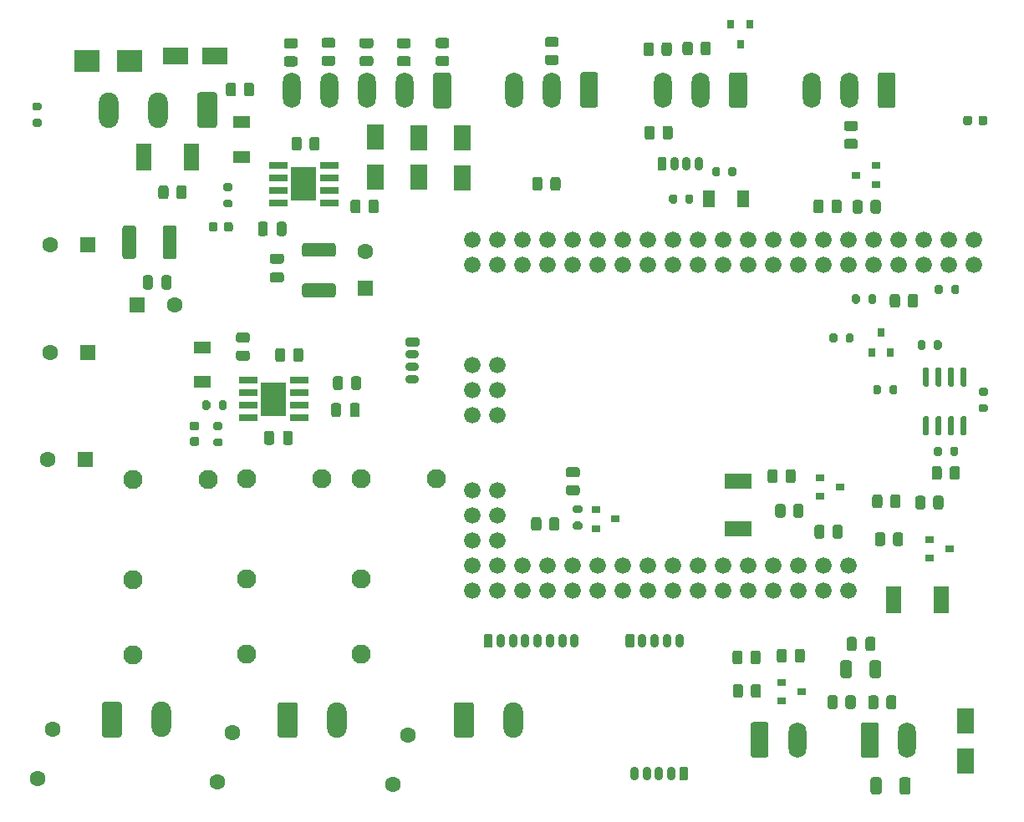
<source format=gbr>
%TF.GenerationSoftware,KiCad,Pcbnew,(5.1.9)-1*%
%TF.CreationDate,2021-01-26T21:07:48+02:00*%
%TF.ProjectId,Car_bs_controller_nex_mega,4361725f-6273-45f6-936f-6e74726f6c6c,rev?*%
%TF.SameCoordinates,Original*%
%TF.FileFunction,Soldermask,Bot*%
%TF.FilePolarity,Negative*%
%FSLAX46Y46*%
G04 Gerber Fmt 4.6, Leading zero omitted, Abs format (unit mm)*
G04 Created by KiCad (PCBNEW (5.1.9)-1) date 2021-01-26 21:07:48*
%MOMM*%
%LPD*%
G01*
G04 APERTURE LIST*
%ADD10O,0.900000X1.400000*%
%ADD11R,0.800000X0.900000*%
%ADD12C,1.676400*%
%ADD13R,2.620000X3.510000*%
%ADD14C,1.600000*%
%ADD15O,2.000000X3.600000*%
%ADD16O,1.800000X3.600000*%
%ADD17R,2.700000X1.500000*%
%ADD18R,0.900000X0.800000*%
%ADD19R,1.500000X2.700000*%
%ADD20R,1.800000X2.500000*%
%ADD21R,1.700000X1.300000*%
%ADD22R,1.300000X1.700000*%
%ADD23R,2.500000X1.800000*%
%ADD24R,2.500000X2.300000*%
%ADD25R,1.600000X1.600000*%
%ADD26O,1.400000X0.900000*%
%ADD27C,1.950000*%
G04 APERTURE END LIST*
%TO.C,R78*%
G36*
G01*
X130241860Y-61110540D02*
X130241860Y-60560540D01*
G75*
G02*
X130441860Y-60360540I200000J0D01*
G01*
X130841860Y-60360540D01*
G75*
G02*
X131041860Y-60560540I0J-200000D01*
G01*
X131041860Y-61110540D01*
G75*
G02*
X130841860Y-61310540I-200000J0D01*
G01*
X130441860Y-61310540D01*
G75*
G02*
X130241860Y-61110540I0J200000D01*
G01*
G37*
G36*
G01*
X128591860Y-61110540D02*
X128591860Y-60560540D01*
G75*
G02*
X128791860Y-60360540I200000J0D01*
G01*
X129191860Y-60360540D01*
G75*
G02*
X129391860Y-60560540I0J-200000D01*
G01*
X129391860Y-61110540D01*
G75*
G02*
X129191860Y-61310540I-200000J0D01*
G01*
X128791860Y-61310540D01*
G75*
G02*
X128591860Y-61110540I0J200000D01*
G01*
G37*
%TD*%
D10*
%TO.C,J15*%
X127249880Y-60043060D03*
X125999880Y-60043060D03*
X124749880Y-60043060D03*
G36*
G01*
X123049880Y-60518060D02*
X123049880Y-59568060D01*
G75*
G02*
X123274880Y-59343060I225000J0D01*
G01*
X123724880Y-59343060D01*
G75*
G02*
X123949880Y-59568060I0J-225000D01*
G01*
X123949880Y-60518060D01*
G75*
G02*
X123724880Y-60743060I-225000J0D01*
G01*
X123274880Y-60743060D01*
G75*
G02*
X123049880Y-60518060I0J225000D01*
G01*
G37*
%TD*%
%TO.C,J8*%
X120710000Y-121839000D03*
X121960000Y-121839000D03*
X123210000Y-121839000D03*
X124460000Y-121839000D03*
G36*
G01*
X126160000Y-121364000D02*
X126160000Y-122314000D01*
G75*
G02*
X125935000Y-122539000I-225000J0D01*
G01*
X125485000Y-122539000D01*
G75*
G02*
X125260000Y-122314000I0J225000D01*
G01*
X125260000Y-121364000D01*
G75*
G02*
X125485000Y-121139000I225000J0D01*
G01*
X125935000Y-121139000D01*
G75*
G02*
X126160000Y-121364000I0J-225000D01*
G01*
G37*
%TD*%
D11*
%TO.C,U7*%
X145699000Y-77171000D03*
X144749000Y-79171000D03*
X146649000Y-79171000D03*
%TD*%
%TO.C,U4*%
G36*
G01*
X154201000Y-82623800D02*
X153901000Y-82623800D01*
G75*
G02*
X153751000Y-82473800I0J150000D01*
G01*
X153751000Y-80823800D01*
G75*
G02*
X153901000Y-80673800I150000J0D01*
G01*
X154201000Y-80673800D01*
G75*
G02*
X154351000Y-80823800I0J-150000D01*
G01*
X154351000Y-82473800D01*
G75*
G02*
X154201000Y-82623800I-150000J0D01*
G01*
G37*
G36*
G01*
X152931000Y-82623800D02*
X152631000Y-82623800D01*
G75*
G02*
X152481000Y-82473800I0J150000D01*
G01*
X152481000Y-80823800D01*
G75*
G02*
X152631000Y-80673800I150000J0D01*
G01*
X152931000Y-80673800D01*
G75*
G02*
X153081000Y-80823800I0J-150000D01*
G01*
X153081000Y-82473800D01*
G75*
G02*
X152931000Y-82623800I-150000J0D01*
G01*
G37*
G36*
G01*
X151661000Y-82623800D02*
X151361000Y-82623800D01*
G75*
G02*
X151211000Y-82473800I0J150000D01*
G01*
X151211000Y-80823800D01*
G75*
G02*
X151361000Y-80673800I150000J0D01*
G01*
X151661000Y-80673800D01*
G75*
G02*
X151811000Y-80823800I0J-150000D01*
G01*
X151811000Y-82473800D01*
G75*
G02*
X151661000Y-82623800I-150000J0D01*
G01*
G37*
G36*
G01*
X150391000Y-82623800D02*
X150091000Y-82623800D01*
G75*
G02*
X149941000Y-82473800I0J150000D01*
G01*
X149941000Y-80823800D01*
G75*
G02*
X150091000Y-80673800I150000J0D01*
G01*
X150391000Y-80673800D01*
G75*
G02*
X150541000Y-80823800I0J-150000D01*
G01*
X150541000Y-82473800D01*
G75*
G02*
X150391000Y-82623800I-150000J0D01*
G01*
G37*
G36*
G01*
X150391000Y-87573800D02*
X150091000Y-87573800D01*
G75*
G02*
X149941000Y-87423800I0J150000D01*
G01*
X149941000Y-85773800D01*
G75*
G02*
X150091000Y-85623800I150000J0D01*
G01*
X150391000Y-85623800D01*
G75*
G02*
X150541000Y-85773800I0J-150000D01*
G01*
X150541000Y-87423800D01*
G75*
G02*
X150391000Y-87573800I-150000J0D01*
G01*
G37*
G36*
G01*
X151661000Y-87573800D02*
X151361000Y-87573800D01*
G75*
G02*
X151211000Y-87423800I0J150000D01*
G01*
X151211000Y-85773800D01*
G75*
G02*
X151361000Y-85623800I150000J0D01*
G01*
X151661000Y-85623800D01*
G75*
G02*
X151811000Y-85773800I0J-150000D01*
G01*
X151811000Y-87423800D01*
G75*
G02*
X151661000Y-87573800I-150000J0D01*
G01*
G37*
G36*
G01*
X152931000Y-87573800D02*
X152631000Y-87573800D01*
G75*
G02*
X152481000Y-87423800I0J150000D01*
G01*
X152481000Y-85773800D01*
G75*
G02*
X152631000Y-85623800I150000J0D01*
G01*
X152931000Y-85623800D01*
G75*
G02*
X153081000Y-85773800I0J-150000D01*
G01*
X153081000Y-87423800D01*
G75*
G02*
X152931000Y-87573800I-150000J0D01*
G01*
G37*
G36*
G01*
X154201000Y-87573800D02*
X153901000Y-87573800D01*
G75*
G02*
X153751000Y-87423800I0J150000D01*
G01*
X153751000Y-85773800D01*
G75*
G02*
X153901000Y-85623800I150000J0D01*
G01*
X154201000Y-85623800D01*
G75*
G02*
X154351000Y-85773800I0J-150000D01*
G01*
X154351000Y-87423800D01*
G75*
G02*
X154201000Y-87573800I-150000J0D01*
G01*
G37*
%TD*%
D12*
%TO.C,U3*%
X104326000Y-82992000D03*
X104326000Y-85532000D03*
X106866000Y-85532000D03*
X106866000Y-82992000D03*
X104326000Y-80452000D03*
X106866000Y-80452000D03*
X106866000Y-93152000D03*
X104326000Y-93152000D03*
X104326000Y-95692000D03*
X106866000Y-95692000D03*
X106866000Y-98232000D03*
X104326000Y-98232000D03*
X104326000Y-100772000D03*
X104326000Y-103312000D03*
X106866000Y-100772000D03*
X106866000Y-103312000D03*
X109406000Y-100772000D03*
X109406000Y-103312000D03*
X111946000Y-100772000D03*
X111946000Y-103312000D03*
X114486000Y-100772000D03*
X114486000Y-103312000D03*
X117026000Y-100772000D03*
X117026000Y-103312000D03*
X119566000Y-100772000D03*
X119566000Y-103312000D03*
X122106000Y-100772000D03*
X122106000Y-103312000D03*
X124646000Y-100772000D03*
X124646000Y-103312000D03*
X127186000Y-100772000D03*
X127186000Y-103312000D03*
X129726000Y-100772000D03*
X129726000Y-103312000D03*
X132266000Y-100772000D03*
X132266000Y-103312000D03*
X134806000Y-100772000D03*
X134806000Y-103312000D03*
X137346000Y-103312000D03*
X137346000Y-100772000D03*
X139886000Y-100772000D03*
X139886000Y-103312000D03*
X142426000Y-103312000D03*
X142426000Y-100772000D03*
X114486000Y-70292000D03*
X111946000Y-70292000D03*
X109406000Y-70292000D03*
X106866000Y-70292000D03*
X104326000Y-70292000D03*
X104326000Y-67752000D03*
X106866000Y-67752000D03*
X109406000Y-67752000D03*
X111946000Y-67752000D03*
X114486000Y-67752000D03*
X117026000Y-70292000D03*
X119566000Y-70292000D03*
X122106000Y-70292000D03*
X124646000Y-70292000D03*
X127186000Y-70292000D03*
X129726000Y-70292000D03*
X132266000Y-70292000D03*
X134806000Y-70292000D03*
X137346000Y-70292000D03*
X139886000Y-70292000D03*
X117026000Y-67752000D03*
X119566000Y-67752000D03*
X122106000Y-67752000D03*
X124646000Y-67752000D03*
X127186000Y-67752000D03*
X129726000Y-67752000D03*
X132266000Y-67752000D03*
X134806000Y-67752000D03*
X137346000Y-67752000D03*
X139886000Y-67752000D03*
X142426000Y-67752000D03*
X142426000Y-70292000D03*
X144966000Y-70292000D03*
X144966000Y-67752000D03*
X147506000Y-67752000D03*
X147506000Y-70292000D03*
X150046000Y-70292000D03*
X150046000Y-67752000D03*
X152586000Y-67752000D03*
X152586000Y-70292000D03*
X155126000Y-67752000D03*
X155126000Y-70292000D03*
%TD*%
D13*
%TO.C,U2*%
X87233800Y-62103000D03*
G36*
G01*
X90733800Y-64358800D02*
X88933800Y-64358800D01*
G75*
G02*
X88883000Y-64308000I0J50800D01*
G01*
X88883000Y-63708000D01*
G75*
G02*
X88933800Y-63657200I50800J0D01*
G01*
X90733800Y-63657200D01*
G75*
G02*
X90784600Y-63708000I0J-50800D01*
G01*
X90784600Y-64308000D01*
G75*
G02*
X90733800Y-64358800I-50800J0D01*
G01*
G37*
G36*
G01*
X90733800Y-63088800D02*
X88933800Y-63088800D01*
G75*
G02*
X88883000Y-63038000I0J50800D01*
G01*
X88883000Y-62438000D01*
G75*
G02*
X88933800Y-62387200I50800J0D01*
G01*
X90733800Y-62387200D01*
G75*
G02*
X90784600Y-62438000I0J-50800D01*
G01*
X90784600Y-63038000D01*
G75*
G02*
X90733800Y-63088800I-50800J0D01*
G01*
G37*
G36*
G01*
X90733800Y-61818800D02*
X88933800Y-61818800D01*
G75*
G02*
X88883000Y-61768000I0J50800D01*
G01*
X88883000Y-61168000D01*
G75*
G02*
X88933800Y-61117200I50800J0D01*
G01*
X90733800Y-61117200D01*
G75*
G02*
X90784600Y-61168000I0J-50800D01*
G01*
X90784600Y-61768000D01*
G75*
G02*
X90733800Y-61818800I-50800J0D01*
G01*
G37*
G36*
G01*
X90733800Y-60548800D02*
X88933800Y-60548800D01*
G75*
G02*
X88883000Y-60498000I0J50800D01*
G01*
X88883000Y-59898000D01*
G75*
G02*
X88933800Y-59847200I50800J0D01*
G01*
X90733800Y-59847200D01*
G75*
G02*
X90784600Y-59898000I0J-50800D01*
G01*
X90784600Y-60498000D01*
G75*
G02*
X90733800Y-60548800I-50800J0D01*
G01*
G37*
G36*
G01*
X85533800Y-60548800D02*
X83733800Y-60548800D01*
G75*
G02*
X83683000Y-60498000I0J50800D01*
G01*
X83683000Y-59898000D01*
G75*
G02*
X83733800Y-59847200I50800J0D01*
G01*
X85533800Y-59847200D01*
G75*
G02*
X85584600Y-59898000I0J-50800D01*
G01*
X85584600Y-60498000D01*
G75*
G02*
X85533800Y-60548800I-50800J0D01*
G01*
G37*
G36*
G01*
X85533800Y-61818800D02*
X83733800Y-61818800D01*
G75*
G02*
X83683000Y-61768000I0J50800D01*
G01*
X83683000Y-61168000D01*
G75*
G02*
X83733800Y-61117200I50800J0D01*
G01*
X85533800Y-61117200D01*
G75*
G02*
X85584600Y-61168000I0J-50800D01*
G01*
X85584600Y-61768000D01*
G75*
G02*
X85533800Y-61818800I-50800J0D01*
G01*
G37*
G36*
G01*
X85533800Y-63088800D02*
X83733800Y-63088800D01*
G75*
G02*
X83683000Y-63038000I0J50800D01*
G01*
X83683000Y-62438000D01*
G75*
G02*
X83733800Y-62387200I50800J0D01*
G01*
X85533800Y-62387200D01*
G75*
G02*
X85584600Y-62438000I0J-50800D01*
G01*
X85584600Y-63038000D01*
G75*
G02*
X85533800Y-63088800I-50800J0D01*
G01*
G37*
G36*
G01*
X85533800Y-64358800D02*
X83733800Y-64358800D01*
G75*
G02*
X83683000Y-64308000I0J50800D01*
G01*
X83683000Y-63708000D01*
G75*
G02*
X83733800Y-63657200I50800J0D01*
G01*
X85533800Y-63657200D01*
G75*
G02*
X85584600Y-63708000I0J-50800D01*
G01*
X85584600Y-64308000D01*
G75*
G02*
X85533800Y-64358800I-50800J0D01*
G01*
G37*
%TD*%
%TO.C,U1*%
X84185800Y-83870800D03*
G36*
G01*
X87685800Y-86126600D02*
X85885800Y-86126600D01*
G75*
G02*
X85835000Y-86075800I0J50800D01*
G01*
X85835000Y-85475800D01*
G75*
G02*
X85885800Y-85425000I50800J0D01*
G01*
X87685800Y-85425000D01*
G75*
G02*
X87736600Y-85475800I0J-50800D01*
G01*
X87736600Y-86075800D01*
G75*
G02*
X87685800Y-86126600I-50800J0D01*
G01*
G37*
G36*
G01*
X87685800Y-84856600D02*
X85885800Y-84856600D01*
G75*
G02*
X85835000Y-84805800I0J50800D01*
G01*
X85835000Y-84205800D01*
G75*
G02*
X85885800Y-84155000I50800J0D01*
G01*
X87685800Y-84155000D01*
G75*
G02*
X87736600Y-84205800I0J-50800D01*
G01*
X87736600Y-84805800D01*
G75*
G02*
X87685800Y-84856600I-50800J0D01*
G01*
G37*
G36*
G01*
X87685800Y-83586600D02*
X85885800Y-83586600D01*
G75*
G02*
X85835000Y-83535800I0J50800D01*
G01*
X85835000Y-82935800D01*
G75*
G02*
X85885800Y-82885000I50800J0D01*
G01*
X87685800Y-82885000D01*
G75*
G02*
X87736600Y-82935800I0J-50800D01*
G01*
X87736600Y-83535800D01*
G75*
G02*
X87685800Y-83586600I-50800J0D01*
G01*
G37*
G36*
G01*
X87685800Y-82316600D02*
X85885800Y-82316600D01*
G75*
G02*
X85835000Y-82265800I0J50800D01*
G01*
X85835000Y-81665800D01*
G75*
G02*
X85885800Y-81615000I50800J0D01*
G01*
X87685800Y-81615000D01*
G75*
G02*
X87736600Y-81665800I0J-50800D01*
G01*
X87736600Y-82265800D01*
G75*
G02*
X87685800Y-82316600I-50800J0D01*
G01*
G37*
G36*
G01*
X82485800Y-82316600D02*
X80685800Y-82316600D01*
G75*
G02*
X80635000Y-82265800I0J50800D01*
G01*
X80635000Y-81665800D01*
G75*
G02*
X80685800Y-81615000I50800J0D01*
G01*
X82485800Y-81615000D01*
G75*
G02*
X82536600Y-81665800I0J-50800D01*
G01*
X82536600Y-82265800D01*
G75*
G02*
X82485800Y-82316600I-50800J0D01*
G01*
G37*
G36*
G01*
X82485800Y-83586600D02*
X80685800Y-83586600D01*
G75*
G02*
X80635000Y-83535800I0J50800D01*
G01*
X80635000Y-82935800D01*
G75*
G02*
X80685800Y-82885000I50800J0D01*
G01*
X82485800Y-82885000D01*
G75*
G02*
X82536600Y-82935800I0J-50800D01*
G01*
X82536600Y-83535800D01*
G75*
G02*
X82485800Y-83586600I-50800J0D01*
G01*
G37*
G36*
G01*
X82485800Y-84856600D02*
X80685800Y-84856600D01*
G75*
G02*
X80635000Y-84805800I0J50800D01*
G01*
X80635000Y-84205800D01*
G75*
G02*
X80685800Y-84155000I50800J0D01*
G01*
X82485800Y-84155000D01*
G75*
G02*
X82536600Y-84205800I0J-50800D01*
G01*
X82536600Y-84805800D01*
G75*
G02*
X82485800Y-84856600I-50800J0D01*
G01*
G37*
G36*
G01*
X82485800Y-86126600D02*
X80685800Y-86126600D01*
G75*
G02*
X80635000Y-86075800I0J50800D01*
G01*
X80635000Y-85475800D01*
G75*
G02*
X80685800Y-85425000I50800J0D01*
G01*
X82485800Y-85425000D01*
G75*
G02*
X82536600Y-85475800I0J-50800D01*
G01*
X82536600Y-86075800D01*
G75*
G02*
X82485800Y-86126600I-50800J0D01*
G01*
G37*
%TD*%
D14*
%TO.C,RV4*%
X60262600Y-122368000D03*
X61762600Y-117368000D03*
%TD*%
%TO.C,RV3*%
X96269700Y-122937000D03*
X97769700Y-117937000D03*
%TD*%
%TO.C,RV2*%
X78494800Y-122714000D03*
X79994800Y-117714000D03*
%TD*%
%TO.C,R76*%
G36*
G01*
X136023000Y-92138901D02*
X136023000Y-91238899D01*
G75*
G02*
X136272999Y-90988900I249999J0D01*
G01*
X136798001Y-90988900D01*
G75*
G02*
X137048000Y-91238899I0J-249999D01*
G01*
X137048000Y-92138901D01*
G75*
G02*
X136798001Y-92388900I-249999J0D01*
G01*
X136272999Y-92388900D01*
G75*
G02*
X136023000Y-92138901I0J249999D01*
G01*
G37*
G36*
G01*
X134198000Y-92138901D02*
X134198000Y-91238899D01*
G75*
G02*
X134447999Y-90988900I249999J0D01*
G01*
X134973001Y-90988900D01*
G75*
G02*
X135223000Y-91238899I0J-249999D01*
G01*
X135223000Y-92138901D01*
G75*
G02*
X134973001Y-92388900I-249999J0D01*
G01*
X134447999Y-92388900D01*
G75*
G02*
X134198000Y-92138901I0J249999D01*
G01*
G37*
%TD*%
%TO.C,R75*%
G36*
G01*
X139971000Y-96877699D02*
X139971000Y-97777701D01*
G75*
G02*
X139721001Y-98027700I-249999J0D01*
G01*
X139195999Y-98027700D01*
G75*
G02*
X138946000Y-97777701I0J249999D01*
G01*
X138946000Y-96877699D01*
G75*
G02*
X139195999Y-96627700I249999J0D01*
G01*
X139721001Y-96627700D01*
G75*
G02*
X139971000Y-96877699I0J-249999D01*
G01*
G37*
G36*
G01*
X141796000Y-96877699D02*
X141796000Y-97777701D01*
G75*
G02*
X141546001Y-98027700I-249999J0D01*
G01*
X141020999Y-98027700D01*
G75*
G02*
X140771000Y-97777701I0J249999D01*
G01*
X140771000Y-96877699D01*
G75*
G02*
X141020999Y-96627700I249999J0D01*
G01*
X141546001Y-96627700D01*
G75*
G02*
X141796000Y-96877699I0J-249999D01*
G01*
G37*
%TD*%
%TO.C,R74*%
G36*
G01*
X136805000Y-95654301D02*
X136805000Y-94754299D01*
G75*
G02*
X137054999Y-94504300I249999J0D01*
G01*
X137580001Y-94504300D01*
G75*
G02*
X137830000Y-94754299I0J-249999D01*
G01*
X137830000Y-95654301D01*
G75*
G02*
X137580001Y-95904300I-249999J0D01*
G01*
X137054999Y-95904300D01*
G75*
G02*
X136805000Y-95654301I0J249999D01*
G01*
G37*
G36*
G01*
X134980000Y-95654301D02*
X134980000Y-94754299D01*
G75*
G02*
X135229999Y-94504300I249999J0D01*
G01*
X135755001Y-94504300D01*
G75*
G02*
X136005000Y-94754299I0J-249999D01*
G01*
X136005000Y-95654301D01*
G75*
G02*
X135755001Y-95904300I-249999J0D01*
G01*
X135229999Y-95904300D01*
G75*
G02*
X134980000Y-95654301I0J249999D01*
G01*
G37*
%TD*%
%TO.C,R73*%
G36*
G01*
X136942000Y-110346001D02*
X136942000Y-109445999D01*
G75*
G02*
X137191999Y-109196000I249999J0D01*
G01*
X137717001Y-109196000D01*
G75*
G02*
X137967000Y-109445999I0J-249999D01*
G01*
X137967000Y-110346001D01*
G75*
G02*
X137717001Y-110596000I-249999J0D01*
G01*
X137191999Y-110596000D01*
G75*
G02*
X136942000Y-110346001I0J249999D01*
G01*
G37*
G36*
G01*
X135117000Y-110346001D02*
X135117000Y-109445999D01*
G75*
G02*
X135366999Y-109196000I249999J0D01*
G01*
X135892001Y-109196000D01*
G75*
G02*
X136142000Y-109445999I0J-249999D01*
G01*
X136142000Y-110346001D01*
G75*
G02*
X135892001Y-110596000I-249999J0D01*
G01*
X135366999Y-110596000D01*
G75*
G02*
X135117000Y-110346001I0J249999D01*
G01*
G37*
%TD*%
%TO.C,R72*%
G36*
G01*
X132475000Y-110518001D02*
X132475000Y-109617999D01*
G75*
G02*
X132724999Y-109368000I249999J0D01*
G01*
X133250001Y-109368000D01*
G75*
G02*
X133500000Y-109617999I0J-249999D01*
G01*
X133500000Y-110518001D01*
G75*
G02*
X133250001Y-110768000I-249999J0D01*
G01*
X132724999Y-110768000D01*
G75*
G02*
X132475000Y-110518001I0J249999D01*
G01*
G37*
G36*
G01*
X130650000Y-110518001D02*
X130650000Y-109617999D01*
G75*
G02*
X130899999Y-109368000I249999J0D01*
G01*
X131425001Y-109368000D01*
G75*
G02*
X131675000Y-109617999I0J-249999D01*
G01*
X131675000Y-110518001D01*
G75*
G02*
X131425001Y-110768000I-249999J0D01*
G01*
X130899999Y-110768000D01*
G75*
G02*
X130650000Y-110518001I0J249999D01*
G01*
G37*
%TD*%
%TO.C,R71*%
G36*
G01*
X132517000Y-113917001D02*
X132517000Y-113016999D01*
G75*
G02*
X132766999Y-112767000I249999J0D01*
G01*
X133292001Y-112767000D01*
G75*
G02*
X133542000Y-113016999I0J-249999D01*
G01*
X133542000Y-113917001D01*
G75*
G02*
X133292001Y-114167000I-249999J0D01*
G01*
X132766999Y-114167000D01*
G75*
G02*
X132517000Y-113917001I0J249999D01*
G01*
G37*
G36*
G01*
X130692000Y-113917001D02*
X130692000Y-113016999D01*
G75*
G02*
X130941999Y-112767000I249999J0D01*
G01*
X131467001Y-112767000D01*
G75*
G02*
X131717000Y-113016999I0J-249999D01*
G01*
X131717000Y-113917001D01*
G75*
G02*
X131467001Y-114167000I-249999J0D01*
G01*
X130941999Y-114167000D01*
G75*
G02*
X130692000Y-113917001I0J249999D01*
G01*
G37*
%TD*%
%TO.C,R70*%
G36*
G01*
X150985000Y-94831301D02*
X150985000Y-93931299D01*
G75*
G02*
X151234999Y-93681300I249999J0D01*
G01*
X151760001Y-93681300D01*
G75*
G02*
X152010000Y-93931299I0J-249999D01*
G01*
X152010000Y-94831301D01*
G75*
G02*
X151760001Y-95081300I-249999J0D01*
G01*
X151234999Y-95081300D01*
G75*
G02*
X150985000Y-94831301I0J249999D01*
G01*
G37*
G36*
G01*
X149160000Y-94831301D02*
X149160000Y-93931299D01*
G75*
G02*
X149409999Y-93681300I249999J0D01*
G01*
X149935001Y-93681300D01*
G75*
G02*
X150185000Y-93931299I0J-249999D01*
G01*
X150185000Y-94831301D01*
G75*
G02*
X149935001Y-95081300I-249999J0D01*
G01*
X149409999Y-95081300D01*
G75*
G02*
X149160000Y-94831301I0J249999D01*
G01*
G37*
%TD*%
%TO.C,R69*%
G36*
G01*
X148408000Y-74369101D02*
X148408000Y-73469099D01*
G75*
G02*
X148657999Y-73219100I249999J0D01*
G01*
X149183001Y-73219100D01*
G75*
G02*
X149433000Y-73469099I0J-249999D01*
G01*
X149433000Y-74369101D01*
G75*
G02*
X149183001Y-74619100I-249999J0D01*
G01*
X148657999Y-74619100D01*
G75*
G02*
X148408000Y-74369101I0J249999D01*
G01*
G37*
G36*
G01*
X146583000Y-74369101D02*
X146583000Y-73469099D01*
G75*
G02*
X146832999Y-73219100I249999J0D01*
G01*
X147358001Y-73219100D01*
G75*
G02*
X147608000Y-73469099I0J-249999D01*
G01*
X147608000Y-74369101D01*
G75*
G02*
X147358001Y-74619100I-249999J0D01*
G01*
X146832999Y-74619100D01*
G75*
G02*
X146583000Y-74369101I0J249999D01*
G01*
G37*
%TD*%
%TO.C,R68*%
G36*
G01*
X146909000Y-98534601D02*
X146909000Y-97634599D01*
G75*
G02*
X147158999Y-97384600I249999J0D01*
G01*
X147684001Y-97384600D01*
G75*
G02*
X147934000Y-97634599I0J-249999D01*
G01*
X147934000Y-98534601D01*
G75*
G02*
X147684001Y-98784600I-249999J0D01*
G01*
X147158999Y-98784600D01*
G75*
G02*
X146909000Y-98534601I0J249999D01*
G01*
G37*
G36*
G01*
X145084000Y-98534601D02*
X145084000Y-97634599D01*
G75*
G02*
X145333999Y-97384600I249999J0D01*
G01*
X145859001Y-97384600D01*
G75*
G02*
X146109000Y-97634599I0J-249999D01*
G01*
X146109000Y-98534601D01*
G75*
G02*
X145859001Y-98784600I-249999J0D01*
G01*
X145333999Y-98784600D01*
G75*
G02*
X145084000Y-98534601I0J249999D01*
G01*
G37*
%TD*%
%TO.C,R67*%
G36*
G01*
X146626000Y-94694201D02*
X146626000Y-93794199D01*
G75*
G02*
X146875999Y-93544200I249999J0D01*
G01*
X147401001Y-93544200D01*
G75*
G02*
X147651000Y-93794199I0J-249999D01*
G01*
X147651000Y-94694201D01*
G75*
G02*
X147401001Y-94944200I-249999J0D01*
G01*
X146875999Y-94944200D01*
G75*
G02*
X146626000Y-94694201I0J249999D01*
G01*
G37*
G36*
G01*
X144801000Y-94694201D02*
X144801000Y-93794199D01*
G75*
G02*
X145050999Y-93544200I249999J0D01*
G01*
X145576001Y-93544200D01*
G75*
G02*
X145826000Y-93794199I0J-249999D01*
G01*
X145826000Y-94694201D01*
G75*
G02*
X145576001Y-94944200I-249999J0D01*
G01*
X145050999Y-94944200D01*
G75*
G02*
X144801000Y-94694201I0J249999D01*
G01*
G37*
%TD*%
%TO.C,R66*%
G36*
G01*
X114928001Y-91809000D02*
X114027999Y-91809000D01*
G75*
G02*
X113778000Y-91559001I0J249999D01*
G01*
X113778000Y-91033999D01*
G75*
G02*
X114027999Y-90784000I249999J0D01*
G01*
X114928001Y-90784000D01*
G75*
G02*
X115178000Y-91033999I0J-249999D01*
G01*
X115178000Y-91559001D01*
G75*
G02*
X114928001Y-91809000I-249999J0D01*
G01*
G37*
G36*
G01*
X114928001Y-93634000D02*
X114027999Y-93634000D01*
G75*
G02*
X113778000Y-93384001I0J249999D01*
G01*
X113778000Y-92858999D01*
G75*
G02*
X114027999Y-92609000I249999J0D01*
G01*
X114928001Y-92609000D01*
G75*
G02*
X115178000Y-92858999I0J-249999D01*
G01*
X115178000Y-93384001D01*
G75*
G02*
X114928001Y-93634000I-249999J0D01*
G01*
G37*
%TD*%
%TO.C,R60*%
G36*
G01*
X145760000Y-122462999D02*
X145760000Y-123713001D01*
G75*
G02*
X145510001Y-123963000I-249999J0D01*
G01*
X144884999Y-123963000D01*
G75*
G02*
X144635000Y-123713001I0J249999D01*
G01*
X144635000Y-122462999D01*
G75*
G02*
X144884999Y-122213000I249999J0D01*
G01*
X145510001Y-122213000D01*
G75*
G02*
X145760000Y-122462999I0J-249999D01*
G01*
G37*
G36*
G01*
X148685000Y-122462999D02*
X148685000Y-123713001D01*
G75*
G02*
X148435001Y-123963000I-249999J0D01*
G01*
X147809999Y-123963000D01*
G75*
G02*
X147560000Y-123713001I0J249999D01*
G01*
X147560000Y-122462999D01*
G75*
G02*
X147809999Y-122213000I249999J0D01*
G01*
X148435001Y-122213000D01*
G75*
G02*
X148685000Y-122462999I0J-249999D01*
G01*
G37*
%TD*%
%TO.C,R57*%
G36*
G01*
X145426000Y-114164999D02*
X145426000Y-115065001D01*
G75*
G02*
X145176001Y-115315000I-249999J0D01*
G01*
X144650999Y-115315000D01*
G75*
G02*
X144401000Y-115065001I0J249999D01*
G01*
X144401000Y-114164999D01*
G75*
G02*
X144650999Y-113915000I249999J0D01*
G01*
X145176001Y-113915000D01*
G75*
G02*
X145426000Y-114164999I0J-249999D01*
G01*
G37*
G36*
G01*
X147251000Y-114164999D02*
X147251000Y-115065001D01*
G75*
G02*
X147001001Y-115315000I-249999J0D01*
G01*
X146475999Y-115315000D01*
G75*
G02*
X146226000Y-115065001I0J249999D01*
G01*
X146226000Y-114164999D01*
G75*
G02*
X146475999Y-113915000I249999J0D01*
G01*
X147001001Y-113915000D01*
G75*
G02*
X147251000Y-114164999I0J-249999D01*
G01*
G37*
%TD*%
%TO.C,R54*%
G36*
G01*
X141296000Y-114149999D02*
X141296000Y-115050001D01*
G75*
G02*
X141046001Y-115300000I-249999J0D01*
G01*
X140520999Y-115300000D01*
G75*
G02*
X140271000Y-115050001I0J249999D01*
G01*
X140271000Y-114149999D01*
G75*
G02*
X140520999Y-113900000I249999J0D01*
G01*
X141046001Y-113900000D01*
G75*
G02*
X141296000Y-114149999I0J-249999D01*
G01*
G37*
G36*
G01*
X143121000Y-114149999D02*
X143121000Y-115050001D01*
G75*
G02*
X142871001Y-115300000I-249999J0D01*
G01*
X142345999Y-115300000D01*
G75*
G02*
X142096000Y-115050001I0J249999D01*
G01*
X142096000Y-114149999D01*
G75*
G02*
X142345999Y-113900000I249999J0D01*
G01*
X142871001Y-113900000D01*
G75*
G02*
X143121000Y-114149999I0J-249999D01*
G01*
G37*
%TD*%
%TO.C,R51*%
G36*
G01*
X112203000Y-62517401D02*
X112203000Y-61617399D01*
G75*
G02*
X112452999Y-61367400I249999J0D01*
G01*
X112978001Y-61367400D01*
G75*
G02*
X113228000Y-61617399I0J-249999D01*
G01*
X113228000Y-62517401D01*
G75*
G02*
X112978001Y-62767400I-249999J0D01*
G01*
X112452999Y-62767400D01*
G75*
G02*
X112203000Y-62517401I0J249999D01*
G01*
G37*
G36*
G01*
X110378000Y-62517401D02*
X110378000Y-61617399D01*
G75*
G02*
X110627999Y-61367400I249999J0D01*
G01*
X111153001Y-61367400D01*
G75*
G02*
X111403000Y-61617399I0J-249999D01*
G01*
X111403000Y-62517401D01*
G75*
G02*
X111153001Y-62767400I-249999J0D01*
G01*
X110627999Y-62767400D01*
G75*
G02*
X110378000Y-62517401I0J249999D01*
G01*
G37*
%TD*%
%TO.C,R46*%
G36*
G01*
X146544000Y-83221200D02*
X146544000Y-82671200D01*
G75*
G02*
X146744000Y-82471200I200000J0D01*
G01*
X147144000Y-82471200D01*
G75*
G02*
X147344000Y-82671200I0J-200000D01*
G01*
X147344000Y-83221200D01*
G75*
G02*
X147144000Y-83421200I-200000J0D01*
G01*
X146744000Y-83421200D01*
G75*
G02*
X146544000Y-83221200I0J200000D01*
G01*
G37*
G36*
G01*
X144894000Y-83221200D02*
X144894000Y-82671200D01*
G75*
G02*
X145094000Y-82471200I200000J0D01*
G01*
X145494000Y-82471200D01*
G75*
G02*
X145694000Y-82671200I0J-200000D01*
G01*
X145694000Y-83221200D01*
G75*
G02*
X145494000Y-83421200I-200000J0D01*
G01*
X145094000Y-83421200D01*
G75*
G02*
X144894000Y-83221200I0J200000D01*
G01*
G37*
%TD*%
%TO.C,R45*%
G36*
G01*
X151035000Y-78677200D02*
X151035000Y-78127200D01*
G75*
G02*
X151235000Y-77927200I200000J0D01*
G01*
X151635000Y-77927200D01*
G75*
G02*
X151835000Y-78127200I0J-200000D01*
G01*
X151835000Y-78677200D01*
G75*
G02*
X151635000Y-78877200I-200000J0D01*
G01*
X151235000Y-78877200D01*
G75*
G02*
X151035000Y-78677200I0J200000D01*
G01*
G37*
G36*
G01*
X149385000Y-78677200D02*
X149385000Y-78127200D01*
G75*
G02*
X149585000Y-77927200I200000J0D01*
G01*
X149985000Y-77927200D01*
G75*
G02*
X150185000Y-78127200I0J-200000D01*
G01*
X150185000Y-78677200D01*
G75*
G02*
X149985000Y-78877200I-200000J0D01*
G01*
X149585000Y-78877200D01*
G75*
G02*
X149385000Y-78677200I0J200000D01*
G01*
G37*
%TD*%
%TO.C,R44*%
G36*
G01*
X155775000Y-84382700D02*
X156325000Y-84382700D01*
G75*
G02*
X156525000Y-84582700I0J-200000D01*
G01*
X156525000Y-84982700D01*
G75*
G02*
X156325000Y-85182700I-200000J0D01*
G01*
X155775000Y-85182700D01*
G75*
G02*
X155575000Y-84982700I0J200000D01*
G01*
X155575000Y-84582700D01*
G75*
G02*
X155775000Y-84382700I200000J0D01*
G01*
G37*
G36*
G01*
X155775000Y-82732700D02*
X156325000Y-82732700D01*
G75*
G02*
X156525000Y-82932700I0J-200000D01*
G01*
X156525000Y-83332700D01*
G75*
G02*
X156325000Y-83532700I-200000J0D01*
G01*
X155775000Y-83532700D01*
G75*
G02*
X155575000Y-83332700I0J200000D01*
G01*
X155575000Y-82932700D01*
G75*
G02*
X155775000Y-82732700I200000J0D01*
G01*
G37*
%TD*%
%TO.C,R43*%
G36*
G01*
X140666000Y-64803401D02*
X140666000Y-63903399D01*
G75*
G02*
X140915999Y-63653400I249999J0D01*
G01*
X141441001Y-63653400D01*
G75*
G02*
X141691000Y-63903399I0J-249999D01*
G01*
X141691000Y-64803401D01*
G75*
G02*
X141441001Y-65053400I-249999J0D01*
G01*
X140915999Y-65053400D01*
G75*
G02*
X140666000Y-64803401I0J249999D01*
G01*
G37*
G36*
G01*
X138841000Y-64803401D02*
X138841000Y-63903399D01*
G75*
G02*
X139090999Y-63653400I249999J0D01*
G01*
X139616001Y-63653400D01*
G75*
G02*
X139866000Y-63903399I0J-249999D01*
G01*
X139866000Y-64803401D01*
G75*
G02*
X139616001Y-65053400I-249999J0D01*
G01*
X139090999Y-65053400D01*
G75*
G02*
X138841000Y-64803401I0J249999D01*
G01*
G37*
%TD*%
%TO.C,R42*%
G36*
G01*
X122758880Y-56435839D02*
X122758880Y-57335841D01*
G75*
G02*
X122508881Y-57585840I-249999J0D01*
G01*
X121983879Y-57585840D01*
G75*
G02*
X121733880Y-57335841I0J249999D01*
G01*
X121733880Y-56435839D01*
G75*
G02*
X121983879Y-56185840I249999J0D01*
G01*
X122508881Y-56185840D01*
G75*
G02*
X122758880Y-56435839I0J-249999D01*
G01*
G37*
G36*
G01*
X124583880Y-56435839D02*
X124583880Y-57335841D01*
G75*
G02*
X124333881Y-57585840I-249999J0D01*
G01*
X123808879Y-57585840D01*
G75*
G02*
X123558880Y-57335841I0J249999D01*
G01*
X123558880Y-56435839D01*
G75*
G02*
X123808879Y-56185840I249999J0D01*
G01*
X124333881Y-56185840D01*
G75*
G02*
X124583880Y-56435839I0J-249999D01*
G01*
G37*
%TD*%
%TO.C,R40*%
G36*
G01*
X152800000Y-73040900D02*
X152800000Y-72490900D01*
G75*
G02*
X153000000Y-72290900I200000J0D01*
G01*
X153400000Y-72290900D01*
G75*
G02*
X153600000Y-72490900I0J-200000D01*
G01*
X153600000Y-73040900D01*
G75*
G02*
X153400000Y-73240900I-200000J0D01*
G01*
X153000000Y-73240900D01*
G75*
G02*
X152800000Y-73040900I0J200000D01*
G01*
G37*
G36*
G01*
X151150000Y-73040900D02*
X151150000Y-72490900D01*
G75*
G02*
X151350000Y-72290900I200000J0D01*
G01*
X151750000Y-72290900D01*
G75*
G02*
X151950000Y-72490900I0J-200000D01*
G01*
X151950000Y-73040900D01*
G75*
G02*
X151750000Y-73240900I-200000J0D01*
G01*
X151350000Y-73240900D01*
G75*
G02*
X151150000Y-73040900I0J200000D01*
G01*
G37*
%TD*%
%TO.C,R38*%
G36*
G01*
X143838000Y-63949199D02*
X143838000Y-64849201D01*
G75*
G02*
X143588001Y-65099200I-249999J0D01*
G01*
X143062999Y-65099200D01*
G75*
G02*
X142813000Y-64849201I0J249999D01*
G01*
X142813000Y-63949199D01*
G75*
G02*
X143062999Y-63699200I249999J0D01*
G01*
X143588001Y-63699200D01*
G75*
G02*
X143838000Y-63949199I0J-249999D01*
G01*
G37*
G36*
G01*
X145663000Y-63949199D02*
X145663000Y-64849201D01*
G75*
G02*
X145413001Y-65099200I-249999J0D01*
G01*
X144887999Y-65099200D01*
G75*
G02*
X144638000Y-64849201I0J249999D01*
G01*
X144638000Y-63949199D01*
G75*
G02*
X144887999Y-63699200I249999J0D01*
G01*
X145413001Y-63699200D01*
G75*
G02*
X145663000Y-63949199I0J-249999D01*
G01*
G37*
%TD*%
%TO.C,R36*%
G36*
G01*
X126613000Y-47896399D02*
X126613000Y-48796401D01*
G75*
G02*
X126363001Y-49046400I-249999J0D01*
G01*
X125837999Y-49046400D01*
G75*
G02*
X125588000Y-48796401I0J249999D01*
G01*
X125588000Y-47896399D01*
G75*
G02*
X125837999Y-47646400I249999J0D01*
G01*
X126363001Y-47646400D01*
G75*
G02*
X126613000Y-47896399I0J-249999D01*
G01*
G37*
G36*
G01*
X128438000Y-47896399D02*
X128438000Y-48796401D01*
G75*
G02*
X128188001Y-49046400I-249999J0D01*
G01*
X127662999Y-49046400D01*
G75*
G02*
X127413000Y-48796401I0J249999D01*
G01*
X127413000Y-47896399D01*
G75*
G02*
X127662999Y-47646400I249999J0D01*
G01*
X128188001Y-47646400D01*
G75*
G02*
X128438000Y-47896399I0J-249999D01*
G01*
G37*
%TD*%
%TO.C,R35*%
G36*
G01*
X143096001Y-56719500D02*
X142195999Y-56719500D01*
G75*
G02*
X141946000Y-56469501I0J249999D01*
G01*
X141946000Y-55944499D01*
G75*
G02*
X142195999Y-55694500I249999J0D01*
G01*
X143096001Y-55694500D01*
G75*
G02*
X143346000Y-55944499I0J-249999D01*
G01*
X143346000Y-56469501D01*
G75*
G02*
X143096001Y-56719500I-249999J0D01*
G01*
G37*
G36*
G01*
X143096001Y-58544500D02*
X142195999Y-58544500D01*
G75*
G02*
X141946000Y-58294501I0J249999D01*
G01*
X141946000Y-57769499D01*
G75*
G02*
X142195999Y-57519500I249999J0D01*
G01*
X143096001Y-57519500D01*
G75*
G02*
X143346000Y-57769499I0J-249999D01*
G01*
X143346000Y-58294501D01*
G75*
G02*
X143096001Y-58544500I-249999J0D01*
G01*
G37*
%TD*%
%TO.C,R34*%
G36*
G01*
X122670000Y-47972599D02*
X122670000Y-48872601D01*
G75*
G02*
X122420001Y-49122600I-249999J0D01*
G01*
X121894999Y-49122600D01*
G75*
G02*
X121645000Y-48872601I0J249999D01*
G01*
X121645000Y-47972599D01*
G75*
G02*
X121894999Y-47722600I249999J0D01*
G01*
X122420001Y-47722600D01*
G75*
G02*
X122670000Y-47972599I0J-249999D01*
G01*
G37*
G36*
G01*
X124495000Y-47972599D02*
X124495000Y-48872601D01*
G75*
G02*
X124245001Y-49122600I-249999J0D01*
G01*
X123719999Y-49122600D01*
G75*
G02*
X123470000Y-48872601I0J249999D01*
G01*
X123470000Y-47972599D01*
G75*
G02*
X123719999Y-47722600I249999J0D01*
G01*
X124245001Y-47722600D01*
G75*
G02*
X124495000Y-47972599I0J-249999D01*
G01*
G37*
%TD*%
%TO.C,R21*%
G36*
G01*
X93118499Y-49114000D02*
X94018501Y-49114000D01*
G75*
G02*
X94268500Y-49363999I0J-249999D01*
G01*
X94268500Y-49889001D01*
G75*
G02*
X94018501Y-50139000I-249999J0D01*
G01*
X93118499Y-50139000D01*
G75*
G02*
X92868500Y-49889001I0J249999D01*
G01*
X92868500Y-49363999D01*
G75*
G02*
X93118499Y-49114000I249999J0D01*
G01*
G37*
G36*
G01*
X93118499Y-47289000D02*
X94018501Y-47289000D01*
G75*
G02*
X94268500Y-47538999I0J-249999D01*
G01*
X94268500Y-48064001D01*
G75*
G02*
X94018501Y-48314000I-249999J0D01*
G01*
X93118499Y-48314000D01*
G75*
G02*
X92868500Y-48064001I0J249999D01*
G01*
X92868500Y-47538999D01*
G75*
G02*
X93118499Y-47289000I249999J0D01*
G01*
G37*
%TD*%
%TO.C,R20*%
G36*
G01*
X96908199Y-49135600D02*
X97808201Y-49135600D01*
G75*
G02*
X98058200Y-49385599I0J-249999D01*
G01*
X98058200Y-49910601D01*
G75*
G02*
X97808201Y-50160600I-249999J0D01*
G01*
X96908199Y-50160600D01*
G75*
G02*
X96658200Y-49910601I0J249999D01*
G01*
X96658200Y-49385599D01*
G75*
G02*
X96908199Y-49135600I249999J0D01*
G01*
G37*
G36*
G01*
X96908199Y-47310600D02*
X97808201Y-47310600D01*
G75*
G02*
X98058200Y-47560599I0J-249999D01*
G01*
X98058200Y-48085601D01*
G75*
G02*
X97808201Y-48335600I-249999J0D01*
G01*
X96908199Y-48335600D01*
G75*
G02*
X96658200Y-48085601I0J249999D01*
G01*
X96658200Y-47560599D01*
G75*
G02*
X96908199Y-47310600I249999J0D01*
G01*
G37*
%TD*%
%TO.C,R19*%
G36*
G01*
X111898999Y-48993400D02*
X112799001Y-48993400D01*
G75*
G02*
X113049000Y-49243399I0J-249999D01*
G01*
X113049000Y-49768401D01*
G75*
G02*
X112799001Y-50018400I-249999J0D01*
G01*
X111898999Y-50018400D01*
G75*
G02*
X111649000Y-49768401I0J249999D01*
G01*
X111649000Y-49243399D01*
G75*
G02*
X111898999Y-48993400I249999J0D01*
G01*
G37*
G36*
G01*
X111898999Y-47168400D02*
X112799001Y-47168400D01*
G75*
G02*
X113049000Y-47418399I0J-249999D01*
G01*
X113049000Y-47943401D01*
G75*
G02*
X112799001Y-48193400I-249999J0D01*
G01*
X111898999Y-48193400D01*
G75*
G02*
X111649000Y-47943401I0J249999D01*
G01*
X111649000Y-47418399D01*
G75*
G02*
X111898999Y-47168400I249999J0D01*
G01*
G37*
%TD*%
%TO.C,R18*%
G36*
G01*
X100814999Y-49103900D02*
X101715001Y-49103900D01*
G75*
G02*
X101965000Y-49353899I0J-249999D01*
G01*
X101965000Y-49878901D01*
G75*
G02*
X101715001Y-50128900I-249999J0D01*
G01*
X100814999Y-50128900D01*
G75*
G02*
X100565000Y-49878901I0J249999D01*
G01*
X100565000Y-49353899D01*
G75*
G02*
X100814999Y-49103900I249999J0D01*
G01*
G37*
G36*
G01*
X100814999Y-47278900D02*
X101715001Y-47278900D01*
G75*
G02*
X101965000Y-47528899I0J-249999D01*
G01*
X101965000Y-48053901D01*
G75*
G02*
X101715001Y-48303900I-249999J0D01*
G01*
X100814999Y-48303900D01*
G75*
G02*
X100565000Y-48053901I0J249999D01*
G01*
X100565000Y-47528899D01*
G75*
G02*
X100814999Y-47278900I249999J0D01*
G01*
G37*
%TD*%
%TO.C,R17*%
G36*
G01*
X85462999Y-49145800D02*
X86363001Y-49145800D01*
G75*
G02*
X86613000Y-49395799I0J-249999D01*
G01*
X86613000Y-49920801D01*
G75*
G02*
X86363001Y-50170800I-249999J0D01*
G01*
X85462999Y-50170800D01*
G75*
G02*
X85213000Y-49920801I0J249999D01*
G01*
X85213000Y-49395799D01*
G75*
G02*
X85462999Y-49145800I249999J0D01*
G01*
G37*
G36*
G01*
X85462999Y-47320800D02*
X86363001Y-47320800D01*
G75*
G02*
X86613000Y-47570799I0J-249999D01*
G01*
X86613000Y-48095801D01*
G75*
G02*
X86363001Y-48345800I-249999J0D01*
G01*
X85462999Y-48345800D01*
G75*
G02*
X85213000Y-48095801I0J249999D01*
G01*
X85213000Y-47570799D01*
G75*
G02*
X85462999Y-47320800I249999J0D01*
G01*
G37*
%TD*%
%TO.C,R16*%
G36*
G01*
X89262799Y-49083500D02*
X90162801Y-49083500D01*
G75*
G02*
X90412800Y-49333499I0J-249999D01*
G01*
X90412800Y-49858501D01*
G75*
G02*
X90162801Y-50108500I-249999J0D01*
G01*
X89262799Y-50108500D01*
G75*
G02*
X89012800Y-49858501I0J249999D01*
G01*
X89012800Y-49333499D01*
G75*
G02*
X89262799Y-49083500I249999J0D01*
G01*
G37*
G36*
G01*
X89262799Y-47258500D02*
X90162801Y-47258500D01*
G75*
G02*
X90412800Y-47508499I0J-249999D01*
G01*
X90412800Y-48033501D01*
G75*
G02*
X90162801Y-48283500I-249999J0D01*
G01*
X89262799Y-48283500D01*
G75*
G02*
X89012800Y-48033501I0J249999D01*
G01*
X89012800Y-47508499D01*
G75*
G02*
X89262799Y-47258500I249999J0D01*
G01*
G37*
%TD*%
%TO.C,R15*%
G36*
G01*
X87808400Y-58453401D02*
X87808400Y-57553399D01*
G75*
G02*
X88058399Y-57303400I249999J0D01*
G01*
X88583401Y-57303400D01*
G75*
G02*
X88833400Y-57553399I0J-249999D01*
G01*
X88833400Y-58453401D01*
G75*
G02*
X88583401Y-58703400I-249999J0D01*
G01*
X88058399Y-58703400D01*
G75*
G02*
X87808400Y-58453401I0J249999D01*
G01*
G37*
G36*
G01*
X85983400Y-58453401D02*
X85983400Y-57553399D01*
G75*
G02*
X86233399Y-57303400I249999J0D01*
G01*
X86758401Y-57303400D01*
G75*
G02*
X87008400Y-57553399I0J-249999D01*
G01*
X87008400Y-58453401D01*
G75*
G02*
X86758401Y-58703400I-249999J0D01*
G01*
X86233399Y-58703400D01*
G75*
G02*
X85983400Y-58453401I0J249999D01*
G01*
G37*
%TD*%
%TO.C,R13*%
G36*
G01*
X81516601Y-78165400D02*
X80616599Y-78165400D01*
G75*
G02*
X80366600Y-77915401I0J249999D01*
G01*
X80366600Y-77390399D01*
G75*
G02*
X80616599Y-77140400I249999J0D01*
G01*
X81516601Y-77140400D01*
G75*
G02*
X81766600Y-77390399I0J-249999D01*
G01*
X81766600Y-77915401D01*
G75*
G02*
X81516601Y-78165400I-249999J0D01*
G01*
G37*
G36*
G01*
X81516601Y-79990400D02*
X80616599Y-79990400D01*
G75*
G02*
X80366600Y-79740401I0J249999D01*
G01*
X80366600Y-79215399D01*
G75*
G02*
X80616599Y-78965400I249999J0D01*
G01*
X81516601Y-78965400D01*
G75*
G02*
X81766600Y-79215399I0J-249999D01*
G01*
X81766600Y-79740401D01*
G75*
G02*
X81516601Y-79990400I-249999J0D01*
G01*
G37*
%TD*%
%TO.C,R11*%
G36*
G01*
X86152300Y-79870701D02*
X86152300Y-78970699D01*
G75*
G02*
X86402299Y-78720700I249999J0D01*
G01*
X86927301Y-78720700D01*
G75*
G02*
X87177300Y-78970699I0J-249999D01*
G01*
X87177300Y-79870701D01*
G75*
G02*
X86927301Y-80120700I-249999J0D01*
G01*
X86402299Y-80120700D01*
G75*
G02*
X86152300Y-79870701I0J249999D01*
G01*
G37*
G36*
G01*
X84327300Y-79870701D02*
X84327300Y-78970699D01*
G75*
G02*
X84577299Y-78720700I249999J0D01*
G01*
X85102301Y-78720700D01*
G75*
G02*
X85352300Y-78970699I0J-249999D01*
G01*
X85352300Y-79870701D01*
G75*
G02*
X85102301Y-80120700I-249999J0D01*
G01*
X84577299Y-80120700D01*
G75*
G02*
X84327300Y-79870701I0J249999D01*
G01*
G37*
%TD*%
%TO.C,R9*%
G36*
G01*
X93785600Y-64808501D02*
X93785600Y-63908499D01*
G75*
G02*
X94035599Y-63658500I249999J0D01*
G01*
X94560601Y-63658500D01*
G75*
G02*
X94810600Y-63908499I0J-249999D01*
G01*
X94810600Y-64808501D01*
G75*
G02*
X94560601Y-65058500I-249999J0D01*
G01*
X94035599Y-65058500D01*
G75*
G02*
X93785600Y-64808501I0J249999D01*
G01*
G37*
G36*
G01*
X91960600Y-64808501D02*
X91960600Y-63908499D01*
G75*
G02*
X92210599Y-63658500I249999J0D01*
G01*
X92735601Y-63658500D01*
G75*
G02*
X92985600Y-63908499I0J-249999D01*
G01*
X92985600Y-64808501D01*
G75*
G02*
X92735601Y-65058500I-249999J0D01*
G01*
X92210599Y-65058500D01*
G75*
G02*
X91960600Y-64808501I0J249999D01*
G01*
G37*
%TD*%
%TO.C,R8*%
G36*
G01*
X73521000Y-62465799D02*
X73521000Y-63365801D01*
G75*
G02*
X73271001Y-63615800I-249999J0D01*
G01*
X72745999Y-63615800D01*
G75*
G02*
X72496000Y-63365801I0J249999D01*
G01*
X72496000Y-62465799D01*
G75*
G02*
X72745999Y-62215800I249999J0D01*
G01*
X73271001Y-62215800D01*
G75*
G02*
X73521000Y-62465799I0J-249999D01*
G01*
G37*
G36*
G01*
X75346000Y-62465799D02*
X75346000Y-63365801D01*
G75*
G02*
X75096001Y-63615800I-249999J0D01*
G01*
X74570999Y-63615800D01*
G75*
G02*
X74321000Y-63365801I0J249999D01*
G01*
X74321000Y-62465799D01*
G75*
G02*
X74570999Y-62215800I249999J0D01*
G01*
X75096001Y-62215800D01*
G75*
G02*
X75346000Y-62465799I0J-249999D01*
G01*
G37*
%TD*%
%TO.C,R7*%
G36*
G01*
X92010800Y-82715501D02*
X92010800Y-81815499D01*
G75*
G02*
X92260799Y-81565500I249999J0D01*
G01*
X92785801Y-81565500D01*
G75*
G02*
X93035800Y-81815499I0J-249999D01*
G01*
X93035800Y-82715501D01*
G75*
G02*
X92785801Y-82965500I-249999J0D01*
G01*
X92260799Y-82965500D01*
G75*
G02*
X92010800Y-82715501I0J249999D01*
G01*
G37*
G36*
G01*
X90185800Y-82715501D02*
X90185800Y-81815499D01*
G75*
G02*
X90435799Y-81565500I249999J0D01*
G01*
X90960801Y-81565500D01*
G75*
G02*
X91210800Y-81815499I0J-249999D01*
G01*
X91210800Y-82715501D01*
G75*
G02*
X90960801Y-82965500I-249999J0D01*
G01*
X90435799Y-82965500D01*
G75*
G02*
X90185800Y-82715501I0J249999D01*
G01*
G37*
%TD*%
%TO.C,R6*%
G36*
G01*
X59928100Y-55463800D02*
X60478100Y-55463800D01*
G75*
G02*
X60678100Y-55663800I0J-200000D01*
G01*
X60678100Y-56063800D01*
G75*
G02*
X60478100Y-56263800I-200000J0D01*
G01*
X59928100Y-56263800D01*
G75*
G02*
X59728100Y-56063800I0J200000D01*
G01*
X59728100Y-55663800D01*
G75*
G02*
X59928100Y-55463800I200000J0D01*
G01*
G37*
G36*
G01*
X59928100Y-53813800D02*
X60478100Y-53813800D01*
G75*
G02*
X60678100Y-54013800I0J-200000D01*
G01*
X60678100Y-54413800D01*
G75*
G02*
X60478100Y-54613800I-200000J0D01*
G01*
X59928100Y-54613800D01*
G75*
G02*
X59728100Y-54413800I0J200000D01*
G01*
X59728100Y-54013800D01*
G75*
G02*
X59928100Y-53813800I200000J0D01*
G01*
G37*
%TD*%
%TO.C,R5*%
G36*
G01*
X78251600Y-87869100D02*
X78801600Y-87869100D01*
G75*
G02*
X79001600Y-88069100I0J-200000D01*
G01*
X79001600Y-88469100D01*
G75*
G02*
X78801600Y-88669100I-200000J0D01*
G01*
X78251600Y-88669100D01*
G75*
G02*
X78051600Y-88469100I0J200000D01*
G01*
X78051600Y-88069100D01*
G75*
G02*
X78251600Y-87869100I200000J0D01*
G01*
G37*
G36*
G01*
X78251600Y-86219100D02*
X78801600Y-86219100D01*
G75*
G02*
X79001600Y-86419100I0J-200000D01*
G01*
X79001600Y-86819100D01*
G75*
G02*
X78801600Y-87019100I-200000J0D01*
G01*
X78251600Y-87019100D01*
G75*
G02*
X78051600Y-86819100I0J200000D01*
G01*
X78051600Y-86419100D01*
G75*
G02*
X78251600Y-86219100I200000J0D01*
G01*
G37*
%TD*%
%TO.C,R4*%
G36*
G01*
X125029000Y-63321500D02*
X125029000Y-63871500D01*
G75*
G02*
X124829000Y-64071500I-200000J0D01*
G01*
X124429000Y-64071500D01*
G75*
G02*
X124229000Y-63871500I0J200000D01*
G01*
X124229000Y-63321500D01*
G75*
G02*
X124429000Y-63121500I200000J0D01*
G01*
X124829000Y-63121500D01*
G75*
G02*
X125029000Y-63321500I0J-200000D01*
G01*
G37*
G36*
G01*
X126679000Y-63321500D02*
X126679000Y-63871500D01*
G75*
G02*
X126479000Y-64071500I-200000J0D01*
G01*
X126079000Y-64071500D01*
G75*
G02*
X125879000Y-63871500I0J200000D01*
G01*
X125879000Y-63321500D01*
G75*
G02*
X126079000Y-63121500I200000J0D01*
G01*
X126479000Y-63121500D01*
G75*
G02*
X126679000Y-63321500I0J-200000D01*
G01*
G37*
%TD*%
%TO.C,R3*%
G36*
G01*
X79267600Y-63665900D02*
X79817600Y-63665900D01*
G75*
G02*
X80017600Y-63865900I0J-200000D01*
G01*
X80017600Y-64265900D01*
G75*
G02*
X79817600Y-64465900I-200000J0D01*
G01*
X79267600Y-64465900D01*
G75*
G02*
X79067600Y-64265900I0J200000D01*
G01*
X79067600Y-63865900D01*
G75*
G02*
X79267600Y-63665900I200000J0D01*
G01*
G37*
G36*
G01*
X79267600Y-62015900D02*
X79817600Y-62015900D01*
G75*
G02*
X80017600Y-62215900I0J-200000D01*
G01*
X80017600Y-62615900D01*
G75*
G02*
X79817600Y-62815900I-200000J0D01*
G01*
X79267600Y-62815900D01*
G75*
G02*
X79067600Y-62615900I0J200000D01*
G01*
X79067600Y-62215900D01*
G75*
G02*
X79267600Y-62015900I200000J0D01*
G01*
G37*
%TD*%
%TO.C,R2*%
G36*
G01*
X78609200Y-84780800D02*
X78609200Y-84230800D01*
G75*
G02*
X78809200Y-84030800I200000J0D01*
G01*
X79209200Y-84030800D01*
G75*
G02*
X79409200Y-84230800I0J-200000D01*
G01*
X79409200Y-84780800D01*
G75*
G02*
X79209200Y-84980800I-200000J0D01*
G01*
X78809200Y-84980800D01*
G75*
G02*
X78609200Y-84780800I0J200000D01*
G01*
G37*
G36*
G01*
X76959200Y-84780800D02*
X76959200Y-84230800D01*
G75*
G02*
X77159200Y-84030800I200000J0D01*
G01*
X77559200Y-84030800D01*
G75*
G02*
X77759200Y-84230800I0J-200000D01*
G01*
X77759200Y-84780800D01*
G75*
G02*
X77559200Y-84980800I-200000J0D01*
G01*
X77159200Y-84980800D01*
G75*
G02*
X76959200Y-84780800I0J200000D01*
G01*
G37*
%TD*%
%TO.C,R1*%
G36*
G01*
X81168800Y-52956901D02*
X81168800Y-52056899D01*
G75*
G02*
X81418799Y-51806900I249999J0D01*
G01*
X81943801Y-51806900D01*
G75*
G02*
X82193800Y-52056899I0J-249999D01*
G01*
X82193800Y-52956901D01*
G75*
G02*
X81943801Y-53206900I-249999J0D01*
G01*
X81418799Y-53206900D01*
G75*
G02*
X81168800Y-52956901I0J249999D01*
G01*
G37*
G36*
G01*
X79343800Y-52956901D02*
X79343800Y-52056899D01*
G75*
G02*
X79593799Y-51806900I249999J0D01*
G01*
X80118801Y-51806900D01*
G75*
G02*
X80368800Y-52056899I0J-249999D01*
G01*
X80368800Y-52956901D01*
G75*
G02*
X80118801Y-53206900I-249999J0D01*
G01*
X79593799Y-53206900D01*
G75*
G02*
X79343800Y-52956901I0J249999D01*
G01*
G37*
%TD*%
D15*
%TO.C,J14*%
X108439000Y-116398000D03*
G36*
G01*
X102439000Y-117948000D02*
X102439000Y-114848000D01*
G75*
G02*
X102689000Y-114598000I250000J0D01*
G01*
X104189000Y-114598000D01*
G75*
G02*
X104439000Y-114848000I0J-250000D01*
G01*
X104439000Y-117948000D01*
G75*
G02*
X104189000Y-118198000I-250000J0D01*
G01*
X102689000Y-118198000D01*
G75*
G02*
X102439000Y-117948000I0J250000D01*
G01*
G37*
%TD*%
%TO.C,J13*%
X90598000Y-116408000D03*
G36*
G01*
X84598000Y-117958000D02*
X84598000Y-114858000D01*
G75*
G02*
X84848000Y-114608000I250000J0D01*
G01*
X86348000Y-114608000D01*
G75*
G02*
X86598000Y-114858000I0J-250000D01*
G01*
X86598000Y-117958000D01*
G75*
G02*
X86348000Y-118208000I-250000J0D01*
G01*
X84848000Y-118208000D01*
G75*
G02*
X84598000Y-117958000I0J250000D01*
G01*
G37*
%TD*%
%TO.C,J12*%
X72787500Y-116373000D03*
G36*
G01*
X66787500Y-117923000D02*
X66787500Y-114823000D01*
G75*
G02*
X67037500Y-114573000I250000J0D01*
G01*
X68537500Y-114573000D01*
G75*
G02*
X68787500Y-114823000I0J-250000D01*
G01*
X68787500Y-117923000D01*
G75*
G02*
X68537500Y-118173000I-250000J0D01*
G01*
X67037500Y-118173000D01*
G75*
G02*
X66787500Y-117923000I0J250000D01*
G01*
G37*
%TD*%
D16*
%TO.C,J7*%
X138643000Y-52572900D03*
X142453000Y-52572900D03*
G36*
G01*
X147163000Y-51022900D02*
X147163000Y-54122900D01*
G75*
G02*
X146913000Y-54372900I-250000J0D01*
G01*
X145613000Y-54372900D01*
G75*
G02*
X145363000Y-54122900I0J250000D01*
G01*
X145363000Y-51022900D01*
G75*
G02*
X145613000Y-50772900I250000J0D01*
G01*
X146913000Y-50772900D01*
G75*
G02*
X147163000Y-51022900I0J-250000D01*
G01*
G37*
%TD*%
%TO.C,J6*%
X137201000Y-118415000D03*
G36*
G01*
X132491000Y-119965000D02*
X132491000Y-116865000D01*
G75*
G02*
X132741000Y-116615000I250000J0D01*
G01*
X134041000Y-116615000D01*
G75*
G02*
X134291000Y-116865000I0J-250000D01*
G01*
X134291000Y-119965000D01*
G75*
G02*
X134041000Y-120215000I-250000J0D01*
G01*
X132741000Y-120215000D01*
G75*
G02*
X132491000Y-119965000I0J250000D01*
G01*
G37*
%TD*%
%TO.C,J5*%
X148361000Y-118440000D03*
G36*
G01*
X143651000Y-119990000D02*
X143651000Y-116890000D01*
G75*
G02*
X143901000Y-116640000I250000J0D01*
G01*
X145201000Y-116640000D01*
G75*
G02*
X145451000Y-116890000I0J-250000D01*
G01*
X145451000Y-119990000D01*
G75*
G02*
X145201000Y-120240000I-250000J0D01*
G01*
X143901000Y-120240000D01*
G75*
G02*
X143651000Y-119990000I0J250000D01*
G01*
G37*
%TD*%
%TO.C,J4*%
X123591000Y-52572900D03*
X127401000Y-52572900D03*
G36*
G01*
X132111000Y-51022900D02*
X132111000Y-54122900D01*
G75*
G02*
X131861000Y-54372900I-250000J0D01*
G01*
X130561000Y-54372900D01*
G75*
G02*
X130311000Y-54122900I0J250000D01*
G01*
X130311000Y-51022900D01*
G75*
G02*
X130561000Y-50772900I250000J0D01*
G01*
X131861000Y-50772900D01*
G75*
G02*
X132111000Y-51022900I0J-250000D01*
G01*
G37*
%TD*%
%TO.C,J3*%
X108514000Y-52547500D03*
X112324000Y-52547500D03*
G36*
G01*
X117034000Y-50997500D02*
X117034000Y-54097500D01*
G75*
G02*
X116784000Y-54347500I-250000J0D01*
G01*
X115484000Y-54347500D01*
G75*
G02*
X115234000Y-54097500I0J250000D01*
G01*
X115234000Y-50997500D01*
G75*
G02*
X115484000Y-50747500I250000J0D01*
G01*
X116784000Y-50747500D01*
G75*
G02*
X117034000Y-50997500I0J-250000D01*
G01*
G37*
%TD*%
%TO.C,J2*%
X85996000Y-52603400D03*
X89806000Y-52603400D03*
X93616000Y-52603400D03*
X97426000Y-52603400D03*
G36*
G01*
X102136000Y-51053400D02*
X102136000Y-54153400D01*
G75*
G02*
X101886000Y-54403400I-250000J0D01*
G01*
X100586000Y-54403400D01*
G75*
G02*
X100336000Y-54153400I0J250000D01*
G01*
X100336000Y-51053400D01*
G75*
G02*
X100586000Y-50803400I250000J0D01*
G01*
X101886000Y-50803400D01*
G75*
G02*
X102136000Y-51053400I0J-250000D01*
G01*
G37*
%TD*%
D15*
%TO.C,J1*%
X67429400Y-54584600D03*
X72429400Y-54584600D03*
G36*
G01*
X78429400Y-53034600D02*
X78429400Y-56134600D01*
G75*
G02*
X78179400Y-56384600I-250000J0D01*
G01*
X76679400Y-56384600D01*
G75*
G02*
X76429400Y-56134600I0J250000D01*
G01*
X76429400Y-53034600D01*
G75*
G02*
X76679400Y-52784600I250000J0D01*
G01*
X78179400Y-52784600D01*
G75*
G02*
X78429400Y-53034600I0J-250000D01*
G01*
G37*
%TD*%
D17*
%TO.C,D50*%
X131185920Y-92189900D03*
X131185920Y-96989900D03*
%TD*%
D18*
%TO.C,D49*%
X141534000Y-92781100D03*
X139534000Y-91831100D03*
X139534000Y-93731100D03*
%TD*%
%TO.C,D47*%
X137647000Y-113558000D03*
X135647000Y-112608000D03*
X135647000Y-114508000D03*
%TD*%
D19*
%TO.C,D46*%
X151790100Y-104228900D03*
X146990100Y-104228900D03*
%TD*%
D18*
%TO.C,D45*%
X152639000Y-99060000D03*
X150639000Y-98110000D03*
X150639000Y-100010000D03*
%TD*%
D20*
%TO.C,D36*%
X154224000Y-116542000D03*
X154224000Y-120542000D03*
%TD*%
D11*
%TO.C,D30*%
X131431000Y-47883300D03*
X132381000Y-45883300D03*
X130481000Y-45883300D03*
%TD*%
D18*
%TO.C,D29*%
X143197000Y-61173400D03*
X145197000Y-62123400D03*
X145197000Y-60223400D03*
%TD*%
D20*
%TO.C,D16*%
X103271000Y-61444600D03*
X103271000Y-57444600D03*
%TD*%
%TO.C,D12*%
X94467700Y-61343000D03*
X94467700Y-57343000D03*
%TD*%
%TO.C,D11*%
X98836500Y-61424300D03*
X98836500Y-57424300D03*
%TD*%
D19*
%TO.C,D8*%
X71044400Y-59349600D03*
X75844400Y-59349600D03*
%TD*%
D21*
%TO.C,D6*%
X80965000Y-55814100D03*
X80965000Y-59314100D03*
%TD*%
D22*
%TO.C,D5*%
X131747000Y-63586400D03*
X128247000Y-63586400D03*
%TD*%
D23*
%TO.C,D4*%
X74220300Y-49103300D03*
X78220300Y-49103300D03*
%TD*%
D21*
%TO.C,D2*%
X76951800Y-78641000D03*
X76951800Y-82141000D03*
%TD*%
D24*
%TO.C,D1*%
X65290900Y-49606200D03*
X69590900Y-49606200D03*
%TD*%
%TO.C,C34*%
G36*
G01*
X142114000Y-77963400D02*
X142114000Y-77413400D01*
G75*
G02*
X142314000Y-77213400I200000J0D01*
G01*
X142714000Y-77213400D01*
G75*
G02*
X142914000Y-77413400I0J-200000D01*
G01*
X142914000Y-77963400D01*
G75*
G02*
X142714000Y-78163400I-200000J0D01*
G01*
X142314000Y-78163400D01*
G75*
G02*
X142114000Y-77963400I0J200000D01*
G01*
G37*
G36*
G01*
X140464000Y-77963400D02*
X140464000Y-77413400D01*
G75*
G02*
X140664000Y-77213400I200000J0D01*
G01*
X141064000Y-77213400D01*
G75*
G02*
X141264000Y-77413400I0J-200000D01*
G01*
X141264000Y-77963400D01*
G75*
G02*
X141064000Y-78163400I-200000J0D01*
G01*
X140664000Y-78163400D01*
G75*
G02*
X140464000Y-77963400I0J200000D01*
G01*
G37*
%TD*%
%TO.C,C33*%
G36*
G01*
X144405000Y-74016300D02*
X144405000Y-73466300D01*
G75*
G02*
X144605000Y-73266300I200000J0D01*
G01*
X145005000Y-73266300D01*
G75*
G02*
X145205000Y-73466300I0J-200000D01*
G01*
X145205000Y-74016300D01*
G75*
G02*
X145005000Y-74216300I-200000J0D01*
G01*
X144605000Y-74216300D01*
G75*
G02*
X144405000Y-74016300I0J200000D01*
G01*
G37*
G36*
G01*
X142755000Y-74016300D02*
X142755000Y-73466300D01*
G75*
G02*
X142955000Y-73266300I200000J0D01*
G01*
X143355000Y-73266300D01*
G75*
G02*
X143555000Y-73466300I0J-200000D01*
G01*
X143555000Y-74016300D01*
G75*
G02*
X143355000Y-74216300I-200000J0D01*
G01*
X142955000Y-74216300D01*
G75*
G02*
X142755000Y-74016300I0J200000D01*
G01*
G37*
%TD*%
%TO.C,C32*%
G36*
G01*
X155565000Y-55901400D02*
X155565000Y-55401400D01*
G75*
G02*
X155790000Y-55176400I225000J0D01*
G01*
X156240000Y-55176400D01*
G75*
G02*
X156465000Y-55401400I0J-225000D01*
G01*
X156465000Y-55901400D01*
G75*
G02*
X156240000Y-56126400I-225000J0D01*
G01*
X155790000Y-56126400D01*
G75*
G02*
X155565000Y-55901400I0J225000D01*
G01*
G37*
G36*
G01*
X154015000Y-55901400D02*
X154015000Y-55401400D01*
G75*
G02*
X154240000Y-55176400I225000J0D01*
G01*
X154690000Y-55176400D01*
G75*
G02*
X154915000Y-55401400I0J-225000D01*
G01*
X154915000Y-55901400D01*
G75*
G02*
X154690000Y-56126400I-225000J0D01*
G01*
X154240000Y-56126400D01*
G75*
G02*
X154015000Y-55901400I0J225000D01*
G01*
G37*
%TD*%
%TO.C,C29*%
G36*
G01*
X143228000Y-108232000D02*
X143228000Y-109182000D01*
G75*
G02*
X142978000Y-109432000I-250000J0D01*
G01*
X142478000Y-109432000D01*
G75*
G02*
X142228000Y-109182000I0J250000D01*
G01*
X142228000Y-108232000D01*
G75*
G02*
X142478000Y-107982000I250000J0D01*
G01*
X142978000Y-107982000D01*
G75*
G02*
X143228000Y-108232000I0J-250000D01*
G01*
G37*
G36*
G01*
X145128000Y-108232000D02*
X145128000Y-109182000D01*
G75*
G02*
X144878000Y-109432000I-250000J0D01*
G01*
X144378000Y-109432000D01*
G75*
G02*
X144128000Y-109182000I0J250000D01*
G01*
X144128000Y-108232000D01*
G75*
G02*
X144378000Y-107982000I250000J0D01*
G01*
X144878000Y-107982000D01*
G75*
G02*
X145128000Y-108232000I0J-250000D01*
G01*
G37*
%TD*%
%TO.C,C28*%
G36*
G01*
X142740000Y-110611999D02*
X142740000Y-111912001D01*
G75*
G02*
X142490001Y-112162000I-249999J0D01*
G01*
X141839999Y-112162000D01*
G75*
G02*
X141590000Y-111912001I0J249999D01*
G01*
X141590000Y-110611999D01*
G75*
G02*
X141839999Y-110362000I249999J0D01*
G01*
X142490001Y-110362000D01*
G75*
G02*
X142740000Y-110611999I0J-249999D01*
G01*
G37*
G36*
G01*
X145690000Y-110611999D02*
X145690000Y-111912001D01*
G75*
G02*
X145440001Y-112162000I-249999J0D01*
G01*
X144789999Y-112162000D01*
G75*
G02*
X144540000Y-111912001I0J249999D01*
G01*
X144540000Y-110611999D01*
G75*
G02*
X144789999Y-110362000I249999J0D01*
G01*
X145440001Y-110362000D01*
G75*
G02*
X145690000Y-110611999I0J-249999D01*
G01*
G37*
%TD*%
%TO.C,C27*%
G36*
G01*
X151844000Y-90923999D02*
X151844000Y-91824001D01*
G75*
G02*
X151594001Y-92074000I-249999J0D01*
G01*
X151068999Y-92074000D01*
G75*
G02*
X150819000Y-91824001I0J249999D01*
G01*
X150819000Y-90923999D01*
G75*
G02*
X151068999Y-90674000I249999J0D01*
G01*
X151594001Y-90674000D01*
G75*
G02*
X151844000Y-90923999I0J-249999D01*
G01*
G37*
G36*
G01*
X153669000Y-90923999D02*
X153669000Y-91824001D01*
G75*
G02*
X153419001Y-92074000I-249999J0D01*
G01*
X152893999Y-92074000D01*
G75*
G02*
X152644000Y-91824001I0J249999D01*
G01*
X152644000Y-90923999D01*
G75*
G02*
X152893999Y-90674000I249999J0D01*
G01*
X153419001Y-90674000D01*
G75*
G02*
X153669000Y-90923999I0J-249999D01*
G01*
G37*
%TD*%
%TO.C,C26*%
G36*
G01*
X151846000Y-88909500D02*
X151846000Y-89459500D01*
G75*
G02*
X151646000Y-89659500I-200000J0D01*
G01*
X151246000Y-89659500D01*
G75*
G02*
X151046000Y-89459500I0J200000D01*
G01*
X151046000Y-88909500D01*
G75*
G02*
X151246000Y-88709500I200000J0D01*
G01*
X151646000Y-88709500D01*
G75*
G02*
X151846000Y-88909500I0J-200000D01*
G01*
G37*
G36*
G01*
X153496000Y-88909500D02*
X153496000Y-89459500D01*
G75*
G02*
X153296000Y-89659500I-200000J0D01*
G01*
X152896000Y-89659500D01*
G75*
G02*
X152696000Y-89459500I0J200000D01*
G01*
X152696000Y-88909500D01*
G75*
G02*
X152896000Y-88709500I200000J0D01*
G01*
X153296000Y-88709500D01*
G75*
G02*
X153496000Y-88909500I0J-200000D01*
G01*
G37*
%TD*%
D14*
%TO.C,C19*%
X93426300Y-68884600D03*
D25*
X93426300Y-72684600D03*
%TD*%
%TO.C,C18*%
G36*
G01*
X84970600Y-70151800D02*
X84020600Y-70151800D01*
G75*
G02*
X83770600Y-69901800I0J250000D01*
G01*
X83770600Y-69401800D01*
G75*
G02*
X84020600Y-69151800I250000J0D01*
G01*
X84970600Y-69151800D01*
G75*
G02*
X85220600Y-69401800I0J-250000D01*
G01*
X85220600Y-69901800D01*
G75*
G02*
X84970600Y-70151800I-250000J0D01*
G01*
G37*
G36*
G01*
X84970600Y-72051800D02*
X84020600Y-72051800D01*
G75*
G02*
X83770600Y-71801800I0J250000D01*
G01*
X83770600Y-71301800D01*
G75*
G02*
X84020600Y-71051800I250000J0D01*
G01*
X84970600Y-71051800D01*
G75*
G02*
X85220600Y-71301800I0J-250000D01*
G01*
X85220600Y-71801800D01*
G75*
G02*
X84970600Y-72051800I-250000J0D01*
G01*
G37*
%TD*%
D14*
%TO.C,C17*%
X61274800Y-90022700D03*
D25*
X65074800Y-90022700D03*
%TD*%
%TO.C,C16*%
G36*
G01*
X90212801Y-69468000D02*
X87312799Y-69468000D01*
G75*
G02*
X87062800Y-69218001I0J249999D01*
G01*
X87062800Y-68317999D01*
G75*
G02*
X87312799Y-68068000I249999J0D01*
G01*
X90212801Y-68068000D01*
G75*
G02*
X90462800Y-68317999I0J-249999D01*
G01*
X90462800Y-69218001D01*
G75*
G02*
X90212801Y-69468000I-249999J0D01*
G01*
G37*
G36*
G01*
X90212801Y-73568000D02*
X87312799Y-73568000D01*
G75*
G02*
X87062800Y-73318001I0J249999D01*
G01*
X87062800Y-72417999D01*
G75*
G02*
X87312799Y-72168000I249999J0D01*
G01*
X90212801Y-72168000D01*
G75*
G02*
X90462800Y-72417999I0J-249999D01*
G01*
X90462800Y-73318001D01*
G75*
G02*
X90212801Y-73568000I-249999J0D01*
G01*
G37*
%TD*%
%TO.C,C13*%
G36*
G01*
X83578300Y-66154300D02*
X83578300Y-67104300D01*
G75*
G02*
X83328300Y-67354300I-250000J0D01*
G01*
X82828300Y-67354300D01*
G75*
G02*
X82578300Y-67104300I0J250000D01*
G01*
X82578300Y-66154300D01*
G75*
G02*
X82828300Y-65904300I250000J0D01*
G01*
X83328300Y-65904300D01*
G75*
G02*
X83578300Y-66154300I0J-250000D01*
G01*
G37*
G36*
G01*
X85478300Y-66154300D02*
X85478300Y-67104300D01*
G75*
G02*
X85228300Y-67354300I-250000J0D01*
G01*
X84728300Y-67354300D01*
G75*
G02*
X84478300Y-67104300I0J250000D01*
G01*
X84478300Y-66154300D01*
G75*
G02*
X84728300Y-65904300I250000J0D01*
G01*
X85228300Y-65904300D01*
G75*
G02*
X85478300Y-66154300I0J-250000D01*
G01*
G37*
%TD*%
%TO.C,C11*%
G36*
G01*
X84218300Y-87337900D02*
X84218300Y-88287900D01*
G75*
G02*
X83968300Y-88537900I-250000J0D01*
G01*
X83468300Y-88537900D01*
G75*
G02*
X83218300Y-88287900I0J250000D01*
G01*
X83218300Y-87337900D01*
G75*
G02*
X83468300Y-87087900I250000J0D01*
G01*
X83968300Y-87087900D01*
G75*
G02*
X84218300Y-87337900I0J-250000D01*
G01*
G37*
G36*
G01*
X86118300Y-87337900D02*
X86118300Y-88287900D01*
G75*
G02*
X85868300Y-88537900I-250000J0D01*
G01*
X85368300Y-88537900D01*
G75*
G02*
X85118300Y-88287900I0J250000D01*
G01*
X85118300Y-87337900D01*
G75*
G02*
X85368300Y-87087900I250000J0D01*
G01*
X85868300Y-87087900D01*
G75*
G02*
X86118300Y-87337900I0J-250000D01*
G01*
G37*
%TD*%
%TO.C,C9*%
G36*
G01*
X78491200Y-66181200D02*
X78491200Y-66681200D01*
G75*
G02*
X78266200Y-66906200I-225000J0D01*
G01*
X77816200Y-66906200D01*
G75*
G02*
X77591200Y-66681200I0J225000D01*
G01*
X77591200Y-66181200D01*
G75*
G02*
X77816200Y-65956200I225000J0D01*
G01*
X78266200Y-65956200D01*
G75*
G02*
X78491200Y-66181200I0J-225000D01*
G01*
G37*
G36*
G01*
X80041200Y-66181200D02*
X80041200Y-66681200D01*
G75*
G02*
X79816200Y-66906200I-225000J0D01*
G01*
X79366200Y-66906200D01*
G75*
G02*
X79141200Y-66681200I0J225000D01*
G01*
X79141200Y-66181200D01*
G75*
G02*
X79366200Y-65956200I225000J0D01*
G01*
X79816200Y-65956200D01*
G75*
G02*
X80041200Y-66181200I0J-225000D01*
G01*
G37*
%TD*%
%TO.C,C8*%
G36*
G01*
X70249800Y-66535599D02*
X70249800Y-69435601D01*
G75*
G02*
X69999801Y-69685600I-249999J0D01*
G01*
X69099799Y-69685600D01*
G75*
G02*
X68849800Y-69435601I0J249999D01*
G01*
X68849800Y-66535599D01*
G75*
G02*
X69099799Y-66285600I249999J0D01*
G01*
X69999801Y-66285600D01*
G75*
G02*
X70249800Y-66535599I0J-249999D01*
G01*
G37*
G36*
G01*
X74349800Y-66535599D02*
X74349800Y-69435601D01*
G75*
G02*
X74099801Y-69685600I-249999J0D01*
G01*
X73199799Y-69685600D01*
G75*
G02*
X72949800Y-69435601I0J249999D01*
G01*
X72949800Y-66535599D01*
G75*
G02*
X73199799Y-66285600I249999J0D01*
G01*
X74099801Y-66285600D01*
G75*
G02*
X74349800Y-66535599I0J-249999D01*
G01*
G37*
%TD*%
%TO.C,C7*%
G36*
G01*
X72834900Y-72529700D02*
X72834900Y-71579700D01*
G75*
G02*
X73084900Y-71329700I250000J0D01*
G01*
X73584900Y-71329700D01*
G75*
G02*
X73834900Y-71579700I0J-250000D01*
G01*
X73834900Y-72529700D01*
G75*
G02*
X73584900Y-72779700I-250000J0D01*
G01*
X73084900Y-72779700D01*
G75*
G02*
X72834900Y-72529700I0J250000D01*
G01*
G37*
G36*
G01*
X70934900Y-72529700D02*
X70934900Y-71579700D01*
G75*
G02*
X71184900Y-71329700I250000J0D01*
G01*
X71684900Y-71329700D01*
G75*
G02*
X71934900Y-71579700I0J-250000D01*
G01*
X71934900Y-72529700D01*
G75*
G02*
X71684900Y-72779700I-250000J0D01*
G01*
X71184900Y-72779700D01*
G75*
G02*
X70934900Y-72529700I0J250000D01*
G01*
G37*
%TD*%
%TO.C,C6*%
G36*
G01*
X75904300Y-87719100D02*
X76404300Y-87719100D01*
G75*
G02*
X76629300Y-87944100I0J-225000D01*
G01*
X76629300Y-88394100D01*
G75*
G02*
X76404300Y-88619100I-225000J0D01*
G01*
X75904300Y-88619100D01*
G75*
G02*
X75679300Y-88394100I0J225000D01*
G01*
X75679300Y-87944100D01*
G75*
G02*
X75904300Y-87719100I225000J0D01*
G01*
G37*
G36*
G01*
X75904300Y-86169100D02*
X76404300Y-86169100D01*
G75*
G02*
X76629300Y-86394100I0J-225000D01*
G01*
X76629300Y-86844100D01*
G75*
G02*
X76404300Y-87069100I-225000J0D01*
G01*
X75904300Y-87069100D01*
G75*
G02*
X75679300Y-86844100I0J225000D01*
G01*
X75679300Y-86394100D01*
G75*
G02*
X75904300Y-86169100I225000J0D01*
G01*
G37*
%TD*%
D14*
%TO.C,C4*%
X61539000Y-79151500D03*
D25*
X65339000Y-79151500D03*
%TD*%
D14*
%TO.C,C2*%
X61513600Y-68214200D03*
D25*
X65313600Y-68214200D03*
%TD*%
%TO.C,C1*%
G36*
G01*
X91895100Y-85468500D02*
X91895100Y-84518500D01*
G75*
G02*
X92145100Y-84268500I250000J0D01*
G01*
X92645100Y-84268500D01*
G75*
G02*
X92895100Y-84518500I0J-250000D01*
G01*
X92895100Y-85468500D01*
G75*
G02*
X92645100Y-85718500I-250000J0D01*
G01*
X92145100Y-85718500D01*
G75*
G02*
X91895100Y-85468500I0J250000D01*
G01*
G37*
G36*
G01*
X89995100Y-85468500D02*
X89995100Y-84518500D01*
G75*
G02*
X90245100Y-84268500I250000J0D01*
G01*
X90745100Y-84268500D01*
G75*
G02*
X90995100Y-84518500I0J-250000D01*
G01*
X90995100Y-85468500D01*
G75*
G02*
X90745100Y-85718500I-250000J0D01*
G01*
X90245100Y-85718500D01*
G75*
G02*
X89995100Y-85468500I0J250000D01*
G01*
G37*
%TD*%
D14*
%TO.C,C5*%
X74163100Y-74361000D03*
D25*
X70363100Y-74361000D03*
%TD*%
D10*
%TO.C,J9*%
X114658000Y-108392000D03*
X113408000Y-108392000D03*
X112158000Y-108392000D03*
X110908000Y-108392000D03*
X109658000Y-108392000D03*
X108408000Y-108392000D03*
X107158000Y-108392000D03*
G36*
G01*
X105458000Y-108867000D02*
X105458000Y-107917000D01*
G75*
G02*
X105683000Y-107692000I225000J0D01*
G01*
X106133000Y-107692000D01*
G75*
G02*
X106358000Y-107917000I0J-225000D01*
G01*
X106358000Y-108867000D01*
G75*
G02*
X106133000Y-109092000I-225000J0D01*
G01*
X105683000Y-109092000D01*
G75*
G02*
X105458000Y-108867000I0J225000D01*
G01*
G37*
%TD*%
%TO.C,J10*%
X125274000Y-108372000D03*
X124024000Y-108372000D03*
X122774000Y-108372000D03*
X121524000Y-108372000D03*
G36*
G01*
X119824000Y-108847000D02*
X119824000Y-107897000D01*
G75*
G02*
X120049000Y-107672000I225000J0D01*
G01*
X120499000Y-107672000D01*
G75*
G02*
X120724000Y-107897000I0J-225000D01*
G01*
X120724000Y-108847000D01*
G75*
G02*
X120499000Y-109072000I-225000J0D01*
G01*
X120049000Y-109072000D01*
G75*
G02*
X119824000Y-108847000I0J225000D01*
G01*
G37*
%TD*%
D26*
%TO.C,J11*%
X98237000Y-81865200D03*
X98237000Y-80615200D03*
X98237000Y-79365200D03*
G36*
G01*
X97762000Y-77665200D02*
X98712000Y-77665200D01*
G75*
G02*
X98937000Y-77890200I0J-225000D01*
G01*
X98937000Y-78340200D01*
G75*
G02*
X98712000Y-78565200I-225000J0D01*
G01*
X97762000Y-78565200D01*
G75*
G02*
X97537000Y-78340200I0J225000D01*
G01*
X97537000Y-77890200D01*
G75*
G02*
X97762000Y-77665200I225000J0D01*
G01*
G37*
%TD*%
D27*
%TO.C,K1*%
X69911000Y-102168000D03*
X69911000Y-109788000D03*
X77531000Y-92008000D03*
X69911000Y-92008000D03*
%TD*%
%TO.C,K2*%
X81432400Y-102107000D03*
X81432400Y-109727000D03*
X89052400Y-91947000D03*
X81432400Y-91947000D03*
%TD*%
%TO.C,K3*%
X93004600Y-91977000D03*
X100624600Y-91977000D03*
X93004600Y-109757000D03*
X93004600Y-102137000D03*
%TD*%
D18*
%TO.C,Q2*%
X116801000Y-96997600D03*
X116801000Y-95097600D03*
X118801000Y-96047600D03*
%TD*%
%TO.C,R64*%
G36*
G01*
X110256000Y-96990301D02*
X110256000Y-96090299D01*
G75*
G02*
X110505999Y-95840300I249999J0D01*
G01*
X111031001Y-95840300D01*
G75*
G02*
X111281000Y-96090299I0J-249999D01*
G01*
X111281000Y-96990301D01*
G75*
G02*
X111031001Y-97240300I-249999J0D01*
G01*
X110505999Y-97240300D01*
G75*
G02*
X110256000Y-96990301I0J249999D01*
G01*
G37*
G36*
G01*
X112081000Y-96990301D02*
X112081000Y-96090299D01*
G75*
G02*
X112330999Y-95840300I249999J0D01*
G01*
X112856001Y-95840300D01*
G75*
G02*
X113106000Y-96090299I0J-249999D01*
G01*
X113106000Y-96990301D01*
G75*
G02*
X112856001Y-97240300I-249999J0D01*
G01*
X112330999Y-97240300D01*
G75*
G02*
X112081000Y-96990301I0J249999D01*
G01*
G37*
%TD*%
%TO.C,R65*%
G36*
G01*
X115240000Y-97099800D02*
X114690000Y-97099800D01*
G75*
G02*
X114490000Y-96899800I0J200000D01*
G01*
X114490000Y-96499800D01*
G75*
G02*
X114690000Y-96299800I200000J0D01*
G01*
X115240000Y-96299800D01*
G75*
G02*
X115440000Y-96499800I0J-200000D01*
G01*
X115440000Y-96899800D01*
G75*
G02*
X115240000Y-97099800I-200000J0D01*
G01*
G37*
G36*
G01*
X115240000Y-95449800D02*
X114690000Y-95449800D01*
G75*
G02*
X114490000Y-95249800I0J200000D01*
G01*
X114490000Y-94849800D01*
G75*
G02*
X114690000Y-94649800I200000J0D01*
G01*
X115240000Y-94649800D01*
G75*
G02*
X115440000Y-94849800I0J-200000D01*
G01*
X115440000Y-95249800D01*
G75*
G02*
X115240000Y-95449800I-200000J0D01*
G01*
G37*
%TD*%
M02*

</source>
